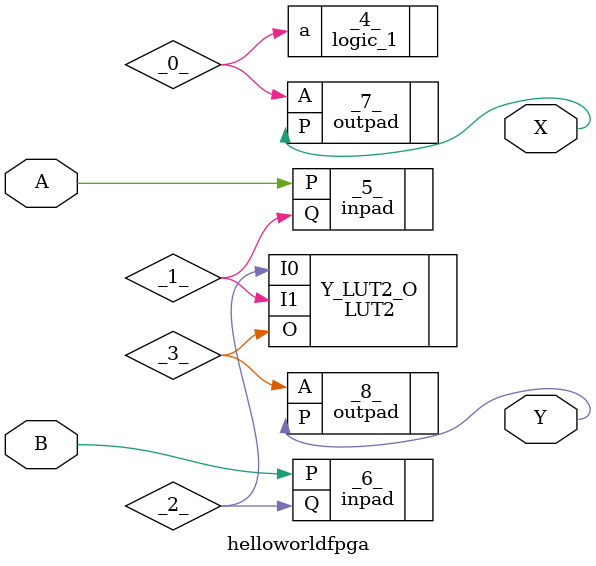
<source format=v>
/* Generated by Yosys 0.9+2406 (git sha1 ca763e6d5, gcc 10.2.1-6 -fPIC -Os) */

(* top =  1  *)
(* src = "/data/data/com.termux/files/home/fpga-examples/salmafpga/helloworldfpga.v:1.1-17.14" *)
module helloworldfpga(A, B, X, Y);
  wire _0_;
  wire _1_;
  wire _2_;
  wire _3_;
  (* src = "/data/data/com.termux/files/home/fpga-examples/salmafpga/helloworldfpga.v:3.17-3.18" *)
  input A;
  (* src = "/data/data/com.termux/files/home/fpga-examples/salmafpga/helloworldfpga.v:4.17-4.18" *)
  input B;
  (* src = "/data/data/com.termux/files/home/fpga-examples/salmafpga/helloworldfpga.v:6.17-6.18" *)
  output X;
  (* src = "/data/data/com.termux/files/home/fpga-examples/salmafpga/helloworldfpga.v:7.17-7.18" *)
  output Y;
  logic_1 _4_ (
    .a(_0_)
  );
  (* keep = 32'd1 *)
  inpad #(
    .IO_LOC("X10Y3"),
    .IO_PAD("2"),
    .IO_TYPE("BIDIR")
  ) _5_ (
    .P(A),
    .Q(_1_)
  );
  (* keep = 32'd1 *)
  inpad #(
    .IO_LOC("X12Y3"),
    .IO_PAD("3"),
    .IO_TYPE("BIDIR")
  ) _6_ (
    .P(B),
    .Q(_2_)
  );
  (* keep = 32'd1 *)
  outpad #(
    .IO_LOC("X28Y32"),
    .IO_PAD("36"),
    .IO_TYPE("BIDIR")
  ) _7_ (
    .A(_0_),
    .P(X)
  );
  (* keep = 32'd1 *)
  outpad #(
    .IO_LOC("X30Y32"),
    .IO_PAD("38"),
    .IO_TYPE("BIDIR")
  ) _8_ (
    .A(_3_),
    .P(Y)
  );
  (* module_not_derived = 32'd1 *)
  (* src = "/data/data/com.termux/files/home/symbiflow/bin/../share/yosys/quicklogic/pp3_lut_map.v:32.63-32.110" *)
  LUT2 #(
    .EQN("(~I0*~I1)+(I0*~I1)+(~I0*I1)"),
    .INIT(4'h7)
  ) Y_LUT2_O (
    .I0(_2_),
    .I1(_1_),
    .O(_3_)
  );
endmodule

</source>
